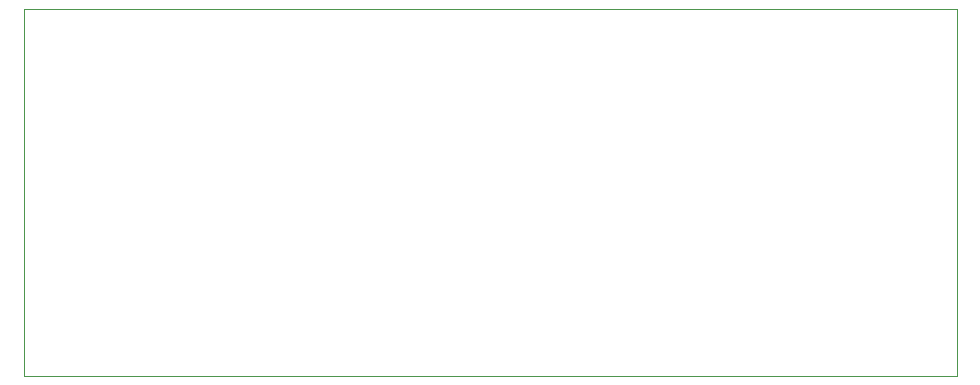
<source format=gm1>
%TF.GenerationSoftware,KiCad,Pcbnew,9.0.6*%
%TF.CreationDate,2025-12-05T19:38:53+01:00*%
%TF.ProjectId,PowerPack,506f7765-7250-4616-936b-2e6b69636164,rev?*%
%TF.SameCoordinates,Original*%
%TF.FileFunction,Profile,NP*%
%FSLAX46Y46*%
G04 Gerber Fmt 4.6, Leading zero omitted, Abs format (unit mm)*
G04 Created by KiCad (PCBNEW 9.0.6) date 2025-12-05 19:38:53*
%MOMM*%
%LPD*%
G01*
G04 APERTURE LIST*
%TA.AperFunction,Profile*%
%ADD10C,0.050000*%
%TD*%
G04 APERTURE END LIST*
D10*
X100000000Y-80000000D02*
X179000000Y-80000000D01*
X179000000Y-111000000D01*
X100000000Y-111000000D01*
X100000000Y-80000000D01*
M02*

</source>
